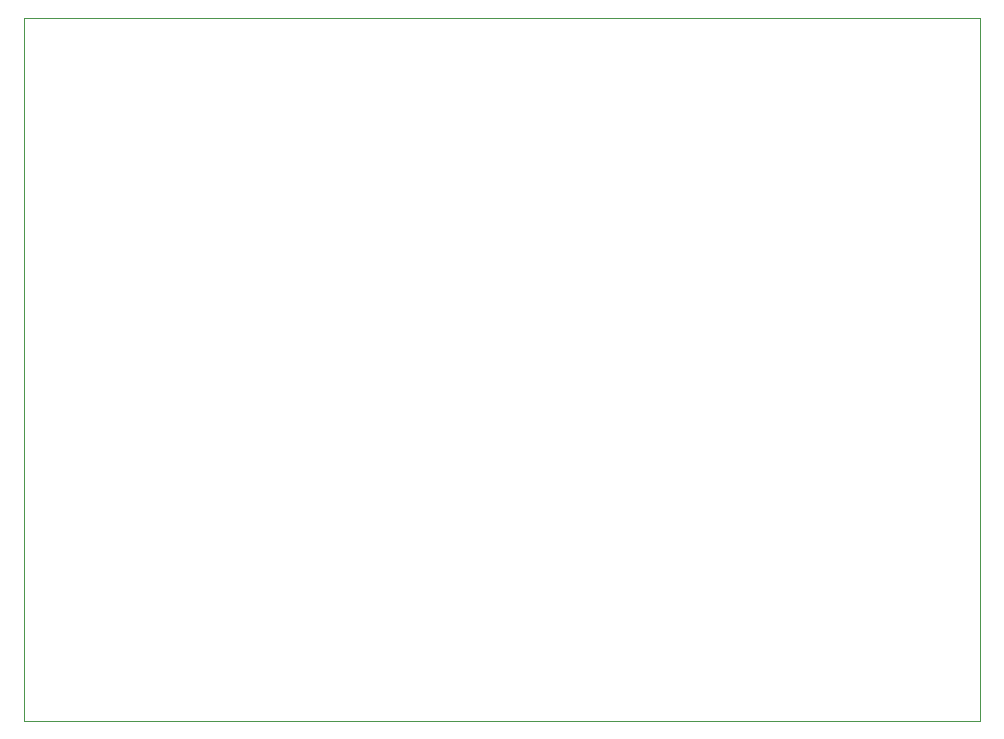
<source format=gm1>
G04 #@! TF.GenerationSoftware,KiCad,Pcbnew,9.0.2*
G04 #@! TF.CreationDate,2025-06-09T08:41:51+05:30*
G04 #@! TF.ProjectId,DevBuddy,44657642-7564-4647-992e-6b696361645f,rev?*
G04 #@! TF.SameCoordinates,Original*
G04 #@! TF.FileFunction,Profile,NP*
%FSLAX46Y46*%
G04 Gerber Fmt 4.6, Leading zero omitted, Abs format (unit mm)*
G04 Created by KiCad (PCBNEW 9.0.2) date 2025-06-09 08:41:51*
%MOMM*%
%LPD*%
G01*
G04 APERTURE LIST*
G04 #@! TA.AperFunction,Profile*
%ADD10C,0.050000*%
G04 #@! TD*
G04 APERTURE END LIST*
D10*
X90487500Y-138112500D02*
X90487500Y-78581250D01*
X171450000Y-138112500D02*
X90487500Y-138112500D01*
X171450000Y-78581250D02*
X171450000Y-138112500D01*
X90487500Y-78581250D02*
X171450000Y-78581250D01*
M02*

</source>
